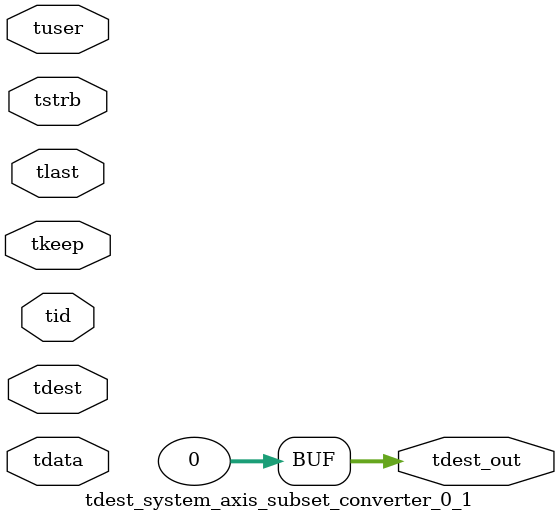
<source format=v>


`timescale 1ps/1ps

module tdest_system_axis_subset_converter_0_1 #
(
parameter C_S_AXIS_TDATA_WIDTH = 32,
parameter C_S_AXIS_TUSER_WIDTH = 0,
parameter C_S_AXIS_TID_WIDTH   = 0,
parameter C_S_AXIS_TDEST_WIDTH = 0,
parameter C_M_AXIS_TDEST_WIDTH = 32
)
(
input  [(C_S_AXIS_TDATA_WIDTH == 0 ? 1 : C_S_AXIS_TDATA_WIDTH)-1:0     ] tdata,
input  [(C_S_AXIS_TUSER_WIDTH == 0 ? 1 : C_S_AXIS_TUSER_WIDTH)-1:0     ] tuser,
input  [(C_S_AXIS_TID_WIDTH   == 0 ? 1 : C_S_AXIS_TID_WIDTH)-1:0       ] tid,
input  [(C_S_AXIS_TDEST_WIDTH == 0 ? 1 : C_S_AXIS_TDEST_WIDTH)-1:0     ] tdest,
input  [(C_S_AXIS_TDATA_WIDTH/8)-1:0 ] tkeep,
input  [(C_S_AXIS_TDATA_WIDTH/8)-1:0 ] tstrb,
input                                                                    tlast,
output [C_M_AXIS_TDEST_WIDTH-1:0] tdest_out
);

assign tdest_out = {1'b0};

endmodule


</source>
